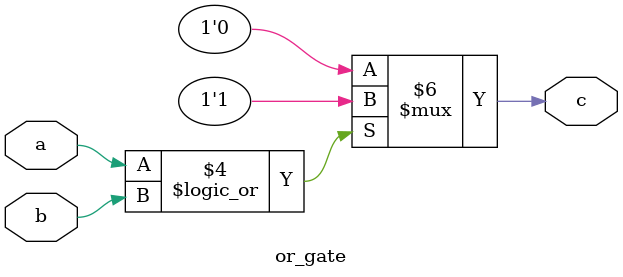
<source format=v>
module or_gate (
    input a,b, output reg c
);

    always @(*) begin
        if (a == 1'b1 || b== 1'b1) begin
            c = 1'b1;
        end else begin
            c=1'b0;
        end
    end
endmodule

//output is zero, when both the input is 0

</source>
